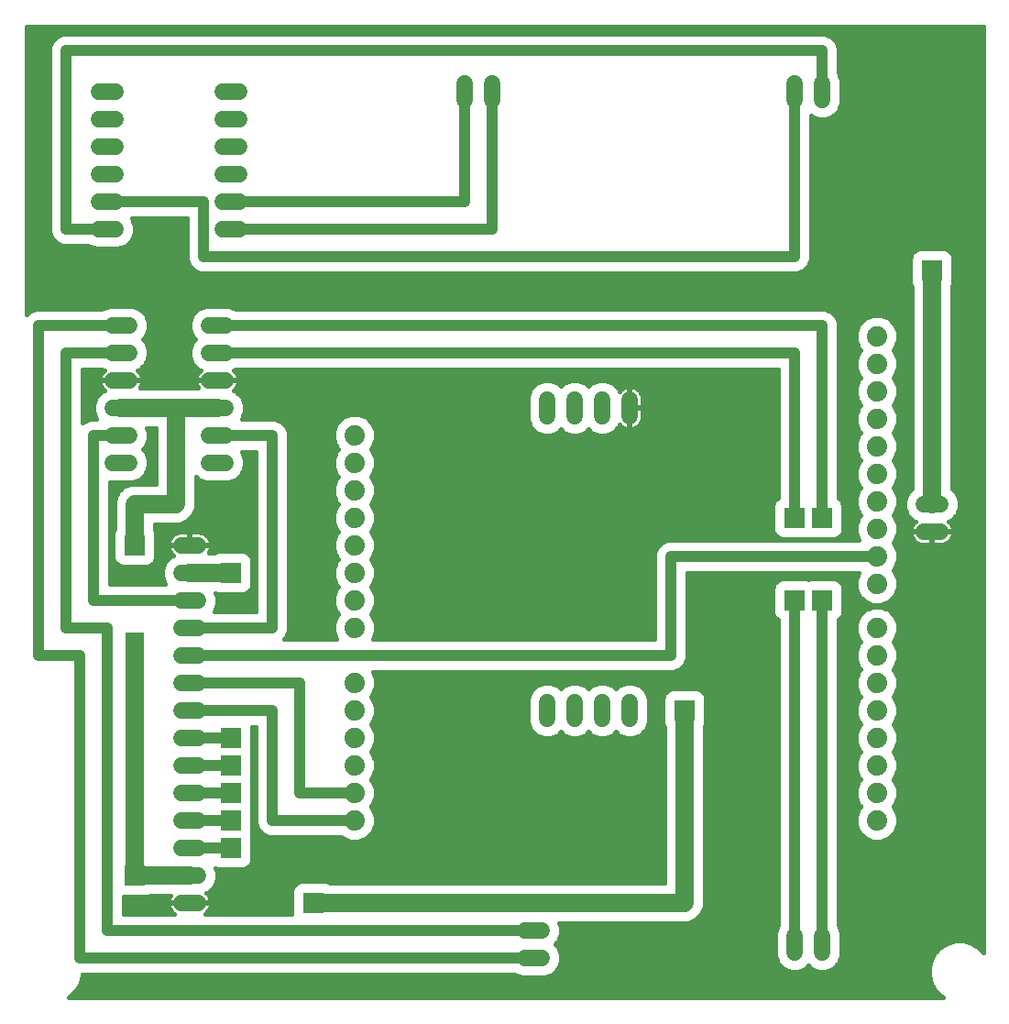
<source format=gbl>
G75*
%MOIN*%
%OFA0B0*%
%FSLAX25Y25*%
%IPPOS*%
%LPD*%
%AMOC8*
5,1,8,0,0,1.08239X$1,22.5*
%
%ADD10C,0.06000*%
%ADD11C,0.07400*%
%ADD12C,0.01600*%
%ADD13R,0.07677X0.07677*%
%ADD14C,0.04000*%
%ADD15C,0.06600*%
%ADD16R,0.06600X0.06600*%
D10*
X0068800Y0046800D02*
X0074800Y0046800D01*
X0074800Y0056800D02*
X0068800Y0056800D01*
X0068800Y0066800D02*
X0074800Y0066800D01*
X0074800Y0076800D02*
X0068800Y0076800D01*
X0068800Y0086800D02*
X0074800Y0086800D01*
X0074800Y0096800D02*
X0068800Y0096800D01*
X0068800Y0106800D02*
X0074800Y0106800D01*
X0074800Y0116800D02*
X0068800Y0116800D01*
X0068800Y0126800D02*
X0074800Y0126800D01*
X0074800Y0136800D02*
X0068800Y0136800D01*
X0068800Y0146800D02*
X0074800Y0146800D01*
X0074800Y0156800D02*
X0068800Y0156800D01*
X0068800Y0166800D02*
X0074800Y0166800D01*
X0074800Y0176800D02*
X0068800Y0176800D01*
X0078800Y0206800D02*
X0084800Y0206800D01*
X0084800Y0216800D02*
X0078800Y0216800D01*
X0078800Y0226800D02*
X0084800Y0226800D01*
X0084800Y0236800D02*
X0078800Y0236800D01*
X0078800Y0246800D02*
X0084800Y0246800D01*
X0084800Y0256800D02*
X0078800Y0256800D01*
X0049800Y0256800D02*
X0043800Y0256800D01*
X0043800Y0246800D02*
X0049800Y0246800D01*
X0049800Y0236800D02*
X0043800Y0236800D01*
X0043800Y0226800D02*
X0049800Y0226800D01*
X0049800Y0216800D02*
X0043800Y0216800D01*
X0043800Y0206800D02*
X0049800Y0206800D01*
X0044800Y0291800D02*
X0038800Y0291800D01*
X0038800Y0301800D02*
X0044800Y0301800D01*
X0044800Y0311800D02*
X0038800Y0311800D01*
X0038800Y0321800D02*
X0044800Y0321800D01*
X0044800Y0331800D02*
X0038800Y0331800D01*
X0038800Y0341800D02*
X0044800Y0341800D01*
X0083800Y0341800D02*
X0089800Y0341800D01*
X0089800Y0331800D02*
X0083800Y0331800D01*
X0083800Y0321800D02*
X0089800Y0321800D01*
X0089800Y0311800D02*
X0083800Y0311800D01*
X0083800Y0301800D02*
X0089800Y0301800D01*
X0089800Y0291800D02*
X0083800Y0291800D01*
X0171800Y0338800D02*
X0171800Y0344800D01*
X0181800Y0344800D02*
X0181800Y0338800D01*
X0201800Y0229800D02*
X0201800Y0223800D01*
X0211800Y0223800D02*
X0211800Y0229800D01*
X0221800Y0229800D02*
X0221800Y0223800D01*
X0231800Y0223800D02*
X0231800Y0229800D01*
X0338800Y0191800D02*
X0344800Y0191800D01*
X0344800Y0181800D02*
X0338800Y0181800D01*
X0231800Y0119800D02*
X0231800Y0113800D01*
X0221800Y0113800D02*
X0221800Y0119800D01*
X0211800Y0119800D02*
X0211800Y0113800D01*
X0201800Y0113800D02*
X0201800Y0119800D01*
X0199800Y0036800D02*
X0193800Y0036800D01*
X0193800Y0026800D02*
X0199800Y0026800D01*
X0291800Y0028800D02*
X0291800Y0034800D01*
X0301800Y0034800D02*
X0301800Y0028800D01*
X0301800Y0338800D02*
X0301800Y0344800D01*
X0291800Y0344800D02*
X0291800Y0338800D01*
D11*
X0321800Y0252800D03*
X0321800Y0242800D03*
X0321800Y0232800D03*
X0321800Y0222800D03*
X0321800Y0212800D03*
X0321800Y0202800D03*
X0321800Y0192800D03*
X0321800Y0182800D03*
X0321800Y0172800D03*
X0321800Y0162800D03*
X0321800Y0146800D03*
X0321800Y0136800D03*
X0321800Y0126800D03*
X0321800Y0116800D03*
X0321800Y0106800D03*
X0321800Y0096800D03*
X0321800Y0086800D03*
X0321800Y0076800D03*
X0131800Y0076800D03*
X0131800Y0086800D03*
X0131800Y0096800D03*
X0131800Y0106800D03*
X0131800Y0116800D03*
X0131800Y0126800D03*
X0131800Y0146800D03*
X0131800Y0156800D03*
X0131800Y0166800D03*
X0131800Y0176800D03*
X0131800Y0186800D03*
X0131800Y0196800D03*
X0131800Y0206800D03*
X0131800Y0216800D03*
D12*
X0028615Y0012918D02*
X0027717Y0012400D01*
X0345883Y0012400D01*
X0344985Y0012918D01*
X0342918Y0014985D01*
X0341457Y0017516D01*
X0340701Y0020339D01*
X0340701Y0023261D01*
X0341457Y0026084D01*
X0342918Y0028615D01*
X0344985Y0030682D01*
X0347516Y0032143D01*
X0350339Y0032899D01*
X0353261Y0032899D01*
X0356084Y0032143D01*
X0358615Y0030682D01*
X0360531Y0028766D01*
X0360531Y0365531D01*
X0012400Y0365531D01*
X0012400Y0260885D01*
X0013401Y0261887D01*
X0015607Y0262800D01*
X0039993Y0262800D01*
X0042408Y0263800D01*
X0051192Y0263800D01*
X0053765Y0262734D01*
X0055734Y0260765D01*
X0056800Y0258192D01*
X0056800Y0255408D01*
X0055734Y0252835D01*
X0054699Y0251800D01*
X0055734Y0250765D01*
X0056800Y0248192D01*
X0056800Y0245408D01*
X0055734Y0242835D01*
X0053765Y0240866D01*
X0052877Y0240498D01*
X0052927Y0240461D01*
X0053461Y0239927D01*
X0053905Y0239316D01*
X0054248Y0238643D01*
X0054482Y0237924D01*
X0054600Y0237178D01*
X0054600Y0237000D01*
X0047000Y0237000D01*
X0047000Y0236600D01*
X0054600Y0236600D01*
X0054600Y0236422D01*
X0054482Y0235676D01*
X0054248Y0234957D01*
X0053905Y0234284D01*
X0053771Y0234100D01*
X0074829Y0234100D01*
X0074695Y0234284D01*
X0074352Y0234957D01*
X0074118Y0235676D01*
X0074000Y0236422D01*
X0074000Y0236600D01*
X0081600Y0236600D01*
X0081600Y0237000D01*
X0074000Y0237000D01*
X0074000Y0237178D01*
X0074118Y0237924D01*
X0074352Y0238643D01*
X0074695Y0239316D01*
X0075139Y0239927D01*
X0075673Y0240461D01*
X0075723Y0240498D01*
X0074835Y0240866D01*
X0072866Y0242835D01*
X0071800Y0245408D01*
X0071800Y0248192D01*
X0072866Y0250765D01*
X0073901Y0251800D01*
X0072866Y0252835D01*
X0071800Y0255408D01*
X0071800Y0258192D01*
X0072866Y0260765D01*
X0074835Y0262734D01*
X0077408Y0263800D01*
X0086192Y0263800D01*
X0088607Y0262800D01*
X0302993Y0262800D01*
X0305199Y0261887D01*
X0306887Y0260199D01*
X0307800Y0257993D01*
X0307800Y0194073D01*
X0307904Y0194030D01*
X0309030Y0192904D01*
X0309639Y0191434D01*
X0309639Y0182166D01*
X0309030Y0180696D01*
X0307904Y0179570D01*
X0306434Y0178961D01*
X0297166Y0178961D01*
X0296800Y0179113D01*
X0296434Y0178961D01*
X0287166Y0178961D01*
X0285696Y0179570D01*
X0284570Y0180696D01*
X0283961Y0182166D01*
X0283961Y0191434D01*
X0284570Y0192904D01*
X0285696Y0194030D01*
X0285800Y0194073D01*
X0285800Y0240800D01*
X0088607Y0240800D01*
X0087877Y0240498D01*
X0087927Y0240461D01*
X0088461Y0239927D01*
X0088905Y0239316D01*
X0089248Y0238643D01*
X0089482Y0237924D01*
X0089600Y0237178D01*
X0089600Y0237000D01*
X0082000Y0237000D01*
X0082000Y0236600D01*
X0089600Y0236600D01*
X0089600Y0236422D01*
X0089482Y0235676D01*
X0089248Y0234957D01*
X0088905Y0234284D01*
X0088461Y0233673D01*
X0087927Y0233139D01*
X0087877Y0233102D01*
X0088765Y0232734D01*
X0090734Y0230765D01*
X0091800Y0228192D01*
X0091800Y0225408D01*
X0090734Y0222835D01*
X0090699Y0222800D01*
X0102993Y0222800D01*
X0105199Y0221887D01*
X0106887Y0220199D01*
X0107800Y0217993D01*
X0107800Y0145607D01*
X0106887Y0143401D01*
X0106285Y0142800D01*
X0125122Y0142800D01*
X0124100Y0145268D01*
X0124100Y0148332D01*
X0125272Y0151162D01*
X0125911Y0151800D01*
X0125272Y0152438D01*
X0124100Y0155268D01*
X0124100Y0158332D01*
X0125272Y0161162D01*
X0125911Y0161800D01*
X0125272Y0162438D01*
X0124100Y0165268D01*
X0124100Y0168332D01*
X0125272Y0171162D01*
X0125911Y0171800D01*
X0125272Y0172438D01*
X0124100Y0175268D01*
X0124100Y0178332D01*
X0125272Y0181162D01*
X0125911Y0181800D01*
X0125272Y0182438D01*
X0124100Y0185268D01*
X0124100Y0188332D01*
X0125272Y0191162D01*
X0125911Y0191800D01*
X0125272Y0192438D01*
X0124100Y0195268D01*
X0124100Y0198332D01*
X0125272Y0201162D01*
X0125911Y0201800D01*
X0125272Y0202438D01*
X0124100Y0205268D01*
X0124100Y0208332D01*
X0125272Y0211162D01*
X0125911Y0211800D01*
X0125272Y0212438D01*
X0124100Y0215268D01*
X0124100Y0218332D01*
X0125272Y0221162D01*
X0127438Y0223328D01*
X0130268Y0224500D01*
X0133332Y0224500D01*
X0136162Y0223328D01*
X0138328Y0221162D01*
X0139500Y0218332D01*
X0139500Y0215268D01*
X0138328Y0212438D01*
X0137689Y0211800D01*
X0138328Y0211162D01*
X0139500Y0208332D01*
X0139500Y0205268D01*
X0138328Y0202438D01*
X0137689Y0201800D01*
X0138328Y0201162D01*
X0139500Y0198332D01*
X0139500Y0195268D01*
X0138328Y0192438D01*
X0137689Y0191800D01*
X0138328Y0191162D01*
X0139500Y0188332D01*
X0139500Y0185268D01*
X0138328Y0182438D01*
X0137689Y0181800D01*
X0138328Y0181162D01*
X0139500Y0178332D01*
X0139500Y0175268D01*
X0138328Y0172438D01*
X0137689Y0171800D01*
X0138328Y0171162D01*
X0139500Y0168332D01*
X0139500Y0165268D01*
X0138328Y0162438D01*
X0137689Y0161800D01*
X0138328Y0161162D01*
X0139500Y0158332D01*
X0139500Y0155268D01*
X0138328Y0152438D01*
X0137689Y0151800D01*
X0138328Y0151162D01*
X0139500Y0148332D01*
X0139500Y0145268D01*
X0138478Y0142800D01*
X0240800Y0142800D01*
X0240800Y0173993D01*
X0241713Y0176199D01*
X0243401Y0177887D01*
X0245607Y0178800D01*
X0315122Y0178800D01*
X0314100Y0181268D01*
X0314100Y0184332D01*
X0315272Y0187162D01*
X0315911Y0187800D01*
X0315272Y0188438D01*
X0314100Y0191268D01*
X0314100Y0194332D01*
X0315272Y0197162D01*
X0315911Y0197800D01*
X0315272Y0198438D01*
X0314100Y0201268D01*
X0314100Y0204332D01*
X0315272Y0207162D01*
X0315911Y0207800D01*
X0315272Y0208438D01*
X0314100Y0211268D01*
X0314100Y0214332D01*
X0315272Y0217162D01*
X0315911Y0217800D01*
X0315272Y0218438D01*
X0314100Y0221268D01*
X0314100Y0224332D01*
X0315272Y0227162D01*
X0315911Y0227800D01*
X0315272Y0228438D01*
X0314100Y0231268D01*
X0314100Y0234332D01*
X0315272Y0237162D01*
X0315911Y0237800D01*
X0315272Y0238438D01*
X0314100Y0241268D01*
X0314100Y0244332D01*
X0315272Y0247162D01*
X0315911Y0247800D01*
X0315272Y0248438D01*
X0314100Y0251268D01*
X0314100Y0254332D01*
X0315272Y0257162D01*
X0317438Y0259328D01*
X0320268Y0260500D01*
X0323332Y0260500D01*
X0326162Y0259328D01*
X0328328Y0257162D01*
X0329500Y0254332D01*
X0329500Y0251268D01*
X0328328Y0248438D01*
X0327689Y0247800D01*
X0328328Y0247162D01*
X0329500Y0244332D01*
X0329500Y0241268D01*
X0328328Y0238438D01*
X0327689Y0237800D01*
X0328328Y0237162D01*
X0329500Y0234332D01*
X0329500Y0231268D01*
X0328328Y0228438D01*
X0327689Y0227800D01*
X0328328Y0227162D01*
X0329500Y0224332D01*
X0329500Y0221268D01*
X0328328Y0218438D01*
X0327689Y0217800D01*
X0328328Y0217162D01*
X0329500Y0214332D01*
X0329500Y0211268D01*
X0328328Y0208438D01*
X0327689Y0207800D01*
X0328328Y0207162D01*
X0329500Y0204332D01*
X0329500Y0201268D01*
X0328328Y0198438D01*
X0327689Y0197800D01*
X0328328Y0197162D01*
X0329500Y0194332D01*
X0329500Y0191268D01*
X0328328Y0188438D01*
X0327689Y0187800D01*
X0328328Y0187162D01*
X0329500Y0184332D01*
X0329500Y0181268D01*
X0328328Y0178438D01*
X0327689Y0177800D01*
X0328328Y0177162D01*
X0329500Y0174332D01*
X0329500Y0171268D01*
X0328328Y0168438D01*
X0327689Y0167800D01*
X0328328Y0167162D01*
X0329500Y0164332D01*
X0329500Y0161268D01*
X0328328Y0158438D01*
X0326162Y0156272D01*
X0323332Y0155100D01*
X0320268Y0155100D01*
X0317438Y0156272D01*
X0315272Y0158438D01*
X0314100Y0161268D01*
X0314100Y0164332D01*
X0315122Y0166800D01*
X0252800Y0166800D01*
X0252800Y0135607D01*
X0251887Y0133401D01*
X0250199Y0131713D01*
X0247993Y0130800D01*
X0138478Y0130800D01*
X0139500Y0128332D01*
X0139500Y0125268D01*
X0138328Y0122438D01*
X0137689Y0121800D01*
X0138328Y0121162D01*
X0139500Y0118332D01*
X0139500Y0115268D01*
X0138328Y0112438D01*
X0137689Y0111800D01*
X0138328Y0111162D01*
X0139500Y0108332D01*
X0139500Y0105268D01*
X0138328Y0102438D01*
X0137689Y0101800D01*
X0138328Y0101162D01*
X0139500Y0098332D01*
X0139500Y0095268D01*
X0138328Y0092438D01*
X0137689Y0091800D01*
X0138328Y0091162D01*
X0139500Y0088332D01*
X0139500Y0085268D01*
X0138328Y0082438D01*
X0137689Y0081800D01*
X0138328Y0081162D01*
X0139500Y0078332D01*
X0139500Y0075268D01*
X0138328Y0072438D01*
X0136162Y0070272D01*
X0133332Y0069100D01*
X0130268Y0069100D01*
X0127438Y0070272D01*
X0126911Y0070800D01*
X0100607Y0070800D01*
X0098401Y0071713D01*
X0096713Y0073401D01*
X0095800Y0075607D01*
X0095800Y0110800D01*
X0094639Y0110800D01*
X0094639Y0102166D01*
X0094487Y0101800D01*
X0094639Y0101434D01*
X0094639Y0092166D01*
X0094487Y0091800D01*
X0094639Y0091434D01*
X0094639Y0082166D01*
X0094487Y0081800D01*
X0094639Y0081434D01*
X0094639Y0072166D01*
X0094487Y0071800D01*
X0094639Y0071434D01*
X0094639Y0062166D01*
X0094030Y0060696D01*
X0092904Y0059570D01*
X0091434Y0058961D01*
X0082166Y0058961D01*
X0081340Y0059304D01*
X0081800Y0058192D01*
X0081800Y0055408D01*
X0080734Y0052835D01*
X0078765Y0050866D01*
X0077877Y0050498D01*
X0077927Y0050461D01*
X0078461Y0049927D01*
X0078905Y0049316D01*
X0079248Y0048643D01*
X0079482Y0047924D01*
X0079600Y0047178D01*
X0079600Y0047000D01*
X0072000Y0047000D01*
X0072000Y0046600D01*
X0079600Y0046600D01*
X0079600Y0046422D01*
X0079482Y0045676D01*
X0079248Y0044957D01*
X0078905Y0044284D01*
X0078461Y0043673D01*
X0077927Y0043139D01*
X0077461Y0042800D01*
X0108961Y0042800D01*
X0108961Y0051434D01*
X0109570Y0052904D01*
X0110696Y0054030D01*
X0112166Y0054639D01*
X0121434Y0054639D01*
X0122734Y0054100D01*
X0244500Y0054100D01*
X0244500Y0110866D01*
X0243961Y0112166D01*
X0243961Y0121434D01*
X0244570Y0122904D01*
X0245696Y0124030D01*
X0247166Y0124639D01*
X0256434Y0124639D01*
X0257904Y0124030D01*
X0259030Y0122904D01*
X0259639Y0121434D01*
X0259639Y0112166D01*
X0259100Y0110866D01*
X0259100Y0045348D01*
X0257989Y0042665D01*
X0255935Y0040611D01*
X0253252Y0039500D01*
X0206258Y0039500D01*
X0206800Y0038192D01*
X0206800Y0035408D01*
X0205734Y0032835D01*
X0204699Y0031800D01*
X0205734Y0030765D01*
X0206800Y0028192D01*
X0206800Y0025408D01*
X0205734Y0022835D01*
X0203765Y0020866D01*
X0201192Y0019800D01*
X0192408Y0019800D01*
X0189993Y0020800D01*
X0032899Y0020800D01*
X0032899Y0020339D01*
X0032143Y0017516D01*
X0030682Y0014985D01*
X0028615Y0012918D01*
X0028891Y0013194D02*
X0344709Y0013194D01*
X0343111Y0014793D02*
X0030489Y0014793D01*
X0031493Y0016391D02*
X0342107Y0016391D01*
X0341330Y0017990D02*
X0032270Y0017990D01*
X0032698Y0019588D02*
X0340902Y0019588D01*
X0340701Y0021187D02*
X0204086Y0021187D01*
X0205685Y0022785D02*
X0288029Y0022785D01*
X0287835Y0022866D02*
X0290408Y0021800D01*
X0293192Y0021800D01*
X0295765Y0022866D01*
X0296800Y0023901D01*
X0297835Y0022866D01*
X0300408Y0021800D01*
X0303192Y0021800D01*
X0305765Y0022866D01*
X0307734Y0024835D01*
X0308800Y0027408D01*
X0308800Y0036192D01*
X0307800Y0038607D01*
X0307800Y0149527D01*
X0307904Y0149570D01*
X0309030Y0150696D01*
X0309639Y0152166D01*
X0309639Y0161434D01*
X0309030Y0162904D01*
X0307904Y0164030D01*
X0306434Y0164639D01*
X0297166Y0164639D01*
X0296800Y0164487D01*
X0296434Y0164639D01*
X0287166Y0164639D01*
X0285696Y0164030D01*
X0284570Y0162904D01*
X0283961Y0161434D01*
X0283961Y0152166D01*
X0284570Y0150696D01*
X0285696Y0149570D01*
X0285800Y0149527D01*
X0285800Y0038607D01*
X0284800Y0036192D01*
X0284800Y0027408D01*
X0285866Y0024835D01*
X0287835Y0022866D01*
X0286317Y0024384D02*
X0206376Y0024384D01*
X0206800Y0025982D02*
X0285390Y0025982D01*
X0284800Y0027581D02*
X0206800Y0027581D01*
X0206391Y0029179D02*
X0284800Y0029179D01*
X0284800Y0030778D02*
X0205722Y0030778D01*
X0205276Y0032376D02*
X0284800Y0032376D01*
X0284800Y0033975D02*
X0206206Y0033975D01*
X0206800Y0035573D02*
X0284800Y0035573D01*
X0285206Y0037172D02*
X0206800Y0037172D01*
X0206561Y0038770D02*
X0285800Y0038770D01*
X0285800Y0040369D02*
X0255349Y0040369D01*
X0257291Y0041967D02*
X0285800Y0041967D01*
X0285800Y0043566D02*
X0258362Y0043566D01*
X0259024Y0045164D02*
X0285800Y0045164D01*
X0285800Y0046763D02*
X0259100Y0046763D01*
X0259100Y0048361D02*
X0285800Y0048361D01*
X0285800Y0049960D02*
X0259100Y0049960D01*
X0259100Y0051558D02*
X0285800Y0051558D01*
X0285800Y0053157D02*
X0259100Y0053157D01*
X0259100Y0054755D02*
X0285800Y0054755D01*
X0285800Y0056354D02*
X0259100Y0056354D01*
X0259100Y0057952D02*
X0285800Y0057952D01*
X0285800Y0059551D02*
X0259100Y0059551D01*
X0259100Y0061149D02*
X0285800Y0061149D01*
X0285800Y0062748D02*
X0259100Y0062748D01*
X0259100Y0064346D02*
X0285800Y0064346D01*
X0285800Y0065945D02*
X0259100Y0065945D01*
X0259100Y0067543D02*
X0285800Y0067543D01*
X0285800Y0069142D02*
X0259100Y0069142D01*
X0259100Y0070740D02*
X0285800Y0070740D01*
X0285800Y0072339D02*
X0259100Y0072339D01*
X0259100Y0073937D02*
X0285800Y0073937D01*
X0285800Y0075536D02*
X0259100Y0075536D01*
X0259100Y0077134D02*
X0285800Y0077134D01*
X0285800Y0078733D02*
X0259100Y0078733D01*
X0259100Y0080332D02*
X0285800Y0080332D01*
X0285800Y0081930D02*
X0259100Y0081930D01*
X0259100Y0083529D02*
X0285800Y0083529D01*
X0285800Y0085127D02*
X0259100Y0085127D01*
X0259100Y0086726D02*
X0285800Y0086726D01*
X0285800Y0088324D02*
X0259100Y0088324D01*
X0259100Y0089923D02*
X0285800Y0089923D01*
X0285800Y0091521D02*
X0259100Y0091521D01*
X0259100Y0093120D02*
X0285800Y0093120D01*
X0285800Y0094718D02*
X0259100Y0094718D01*
X0259100Y0096317D02*
X0285800Y0096317D01*
X0285800Y0097915D02*
X0259100Y0097915D01*
X0259100Y0099514D02*
X0285800Y0099514D01*
X0285800Y0101112D02*
X0259100Y0101112D01*
X0259100Y0102711D02*
X0285800Y0102711D01*
X0285800Y0104309D02*
X0259100Y0104309D01*
X0259100Y0105908D02*
X0285800Y0105908D01*
X0285800Y0107506D02*
X0259100Y0107506D01*
X0259100Y0109105D02*
X0285800Y0109105D01*
X0285800Y0110703D02*
X0259100Y0110703D01*
X0259639Y0112302D02*
X0285800Y0112302D01*
X0285800Y0113900D02*
X0259639Y0113900D01*
X0259639Y0115499D02*
X0285800Y0115499D01*
X0285800Y0117097D02*
X0259639Y0117097D01*
X0259639Y0118696D02*
X0285800Y0118696D01*
X0285800Y0120294D02*
X0259639Y0120294D01*
X0259449Y0121893D02*
X0285800Y0121893D01*
X0285800Y0123491D02*
X0258443Y0123491D01*
X0251568Y0133082D02*
X0285800Y0133082D01*
X0285800Y0131484D02*
X0249645Y0131484D01*
X0252417Y0134681D02*
X0285800Y0134681D01*
X0285800Y0136279D02*
X0252800Y0136279D01*
X0252800Y0137878D02*
X0285800Y0137878D01*
X0285800Y0139476D02*
X0252800Y0139476D01*
X0252800Y0141075D02*
X0285800Y0141075D01*
X0285800Y0142673D02*
X0252800Y0142673D01*
X0252800Y0144272D02*
X0285800Y0144272D01*
X0285800Y0145870D02*
X0252800Y0145870D01*
X0252800Y0147469D02*
X0285800Y0147469D01*
X0285800Y0149068D02*
X0252800Y0149068D01*
X0252800Y0150666D02*
X0284600Y0150666D01*
X0283961Y0152265D02*
X0252800Y0152265D01*
X0252800Y0153863D02*
X0283961Y0153863D01*
X0283961Y0155462D02*
X0252800Y0155462D01*
X0252800Y0157060D02*
X0283961Y0157060D01*
X0283961Y0158659D02*
X0252800Y0158659D01*
X0252800Y0160257D02*
X0283961Y0160257D01*
X0284136Y0161856D02*
X0252800Y0161856D01*
X0252800Y0163454D02*
X0285120Y0163454D01*
X0286012Y0179439D02*
X0139041Y0179439D01*
X0139500Y0177841D02*
X0243355Y0177841D01*
X0241757Y0176242D02*
X0139500Y0176242D01*
X0139241Y0174644D02*
X0241069Y0174644D01*
X0240800Y0173045D02*
X0138579Y0173045D01*
X0138043Y0171447D02*
X0240800Y0171447D01*
X0240800Y0169848D02*
X0138872Y0169848D01*
X0139500Y0168250D02*
X0240800Y0168250D01*
X0240800Y0166651D02*
X0139500Y0166651D01*
X0139411Y0165053D02*
X0240800Y0165053D01*
X0240800Y0163454D02*
X0138748Y0163454D01*
X0137745Y0161856D02*
X0240800Y0161856D01*
X0240800Y0160257D02*
X0138702Y0160257D01*
X0139365Y0158659D02*
X0240800Y0158659D01*
X0240800Y0157060D02*
X0139500Y0157060D01*
X0139500Y0155462D02*
X0240800Y0155462D01*
X0240800Y0153863D02*
X0138918Y0153863D01*
X0138154Y0152265D02*
X0240800Y0152265D01*
X0240800Y0150666D02*
X0138533Y0150666D01*
X0139195Y0149068D02*
X0240800Y0149068D01*
X0240800Y0147469D02*
X0139500Y0147469D01*
X0139500Y0145870D02*
X0240800Y0145870D01*
X0240800Y0144272D02*
X0139087Y0144272D01*
X0138856Y0129885D02*
X0285800Y0129885D01*
X0285800Y0128287D02*
X0139500Y0128287D01*
X0139500Y0126688D02*
X0200138Y0126688D01*
X0200408Y0126800D02*
X0197835Y0125734D01*
X0195866Y0123765D01*
X0194800Y0121192D01*
X0194800Y0112408D01*
X0195866Y0109835D01*
X0197835Y0107866D01*
X0200408Y0106800D01*
X0203192Y0106800D01*
X0205765Y0107866D01*
X0206800Y0108901D01*
X0207835Y0107866D01*
X0210408Y0106800D01*
X0213192Y0106800D01*
X0215765Y0107866D01*
X0216800Y0108901D01*
X0217835Y0107866D01*
X0220408Y0106800D01*
X0223192Y0106800D01*
X0225765Y0107866D01*
X0226800Y0108901D01*
X0227835Y0107866D01*
X0230408Y0106800D01*
X0233192Y0106800D01*
X0235765Y0107866D01*
X0237734Y0109835D01*
X0238800Y0112408D01*
X0238800Y0121192D01*
X0237734Y0123765D01*
X0235765Y0125734D01*
X0233192Y0126800D01*
X0230408Y0126800D01*
X0227835Y0125734D01*
X0226800Y0124699D01*
X0225765Y0125734D01*
X0223192Y0126800D01*
X0220408Y0126800D01*
X0217835Y0125734D01*
X0216800Y0124699D01*
X0215765Y0125734D01*
X0213192Y0126800D01*
X0210408Y0126800D01*
X0207835Y0125734D01*
X0206800Y0124699D01*
X0205765Y0125734D01*
X0203192Y0126800D01*
X0200408Y0126800D01*
X0203462Y0126688D02*
X0210138Y0126688D01*
X0213462Y0126688D02*
X0220138Y0126688D01*
X0223462Y0126688D02*
X0230138Y0126688D01*
X0233462Y0126688D02*
X0285800Y0126688D01*
X0285800Y0125090D02*
X0236410Y0125090D01*
X0237848Y0123491D02*
X0245157Y0123491D01*
X0244151Y0121893D02*
X0238510Y0121893D01*
X0238800Y0120294D02*
X0243961Y0120294D01*
X0243961Y0118696D02*
X0238800Y0118696D01*
X0238800Y0117097D02*
X0243961Y0117097D01*
X0243961Y0115499D02*
X0238800Y0115499D01*
X0238800Y0113900D02*
X0243961Y0113900D01*
X0243961Y0112302D02*
X0238756Y0112302D01*
X0238094Y0110703D02*
X0244500Y0110703D01*
X0244500Y0109105D02*
X0237004Y0109105D01*
X0234897Y0107506D02*
X0244500Y0107506D01*
X0244500Y0105908D02*
X0139500Y0105908D01*
X0139500Y0107506D02*
X0198703Y0107506D01*
X0196596Y0109105D02*
X0139180Y0109105D01*
X0138518Y0110703D02*
X0195506Y0110703D01*
X0194844Y0112302D02*
X0138191Y0112302D01*
X0138933Y0113900D02*
X0194800Y0113900D01*
X0194800Y0115499D02*
X0139500Y0115499D01*
X0139500Y0117097D02*
X0194800Y0117097D01*
X0194800Y0118696D02*
X0139349Y0118696D01*
X0138687Y0120294D02*
X0194800Y0120294D01*
X0195090Y0121893D02*
X0137782Y0121893D01*
X0138764Y0123491D02*
X0195752Y0123491D01*
X0197190Y0125090D02*
X0139426Y0125090D01*
X0124513Y0144272D02*
X0107247Y0144272D01*
X0107800Y0145870D02*
X0124100Y0145870D01*
X0124100Y0147469D02*
X0107800Y0147469D01*
X0107800Y0149068D02*
X0124405Y0149068D01*
X0125067Y0150666D02*
X0107800Y0150666D01*
X0107800Y0152265D02*
X0125446Y0152265D01*
X0124682Y0153863D02*
X0107800Y0153863D01*
X0107800Y0155462D02*
X0124100Y0155462D01*
X0124100Y0157060D02*
X0107800Y0157060D01*
X0107800Y0158659D02*
X0124235Y0158659D01*
X0124898Y0160257D02*
X0107800Y0160257D01*
X0107800Y0161856D02*
X0125855Y0161856D01*
X0124851Y0163454D02*
X0107800Y0163454D01*
X0107800Y0165053D02*
X0124189Y0165053D01*
X0124100Y0166651D02*
X0107800Y0166651D01*
X0107800Y0168250D02*
X0124100Y0168250D01*
X0124728Y0169848D02*
X0107800Y0169848D01*
X0107800Y0171447D02*
X0125557Y0171447D01*
X0125021Y0173045D02*
X0107800Y0173045D01*
X0107800Y0174644D02*
X0124359Y0174644D01*
X0124100Y0176242D02*
X0107800Y0176242D01*
X0107800Y0177841D02*
X0124100Y0177841D01*
X0124559Y0179439D02*
X0107800Y0179439D01*
X0107800Y0181038D02*
X0125221Y0181038D01*
X0125190Y0182636D02*
X0107800Y0182636D01*
X0107800Y0184235D02*
X0124528Y0184235D01*
X0124100Y0185833D02*
X0107800Y0185833D01*
X0107800Y0187432D02*
X0124100Y0187432D01*
X0124389Y0189030D02*
X0107800Y0189030D01*
X0107800Y0190629D02*
X0125052Y0190629D01*
X0125483Y0192227D02*
X0107800Y0192227D01*
X0107800Y0193826D02*
X0124698Y0193826D01*
X0124100Y0195424D02*
X0107800Y0195424D01*
X0107800Y0197023D02*
X0124100Y0197023D01*
X0124220Y0198621D02*
X0107800Y0198621D01*
X0107800Y0200220D02*
X0124882Y0200220D01*
X0125892Y0201818D02*
X0107800Y0201818D01*
X0107800Y0203417D02*
X0124867Y0203417D01*
X0124205Y0205015D02*
X0107800Y0205015D01*
X0107800Y0206614D02*
X0124100Y0206614D01*
X0124100Y0208212D02*
X0107800Y0208212D01*
X0107800Y0209811D02*
X0124713Y0209811D01*
X0125520Y0211409D02*
X0107800Y0211409D01*
X0107800Y0213008D02*
X0125036Y0213008D01*
X0124374Y0214606D02*
X0107800Y0214606D01*
X0107800Y0216205D02*
X0124100Y0216205D01*
X0124100Y0217803D02*
X0107800Y0217803D01*
X0107217Y0219402D02*
X0124543Y0219402D01*
X0125205Y0221001D02*
X0106085Y0221001D01*
X0103479Y0222599D02*
X0126710Y0222599D01*
X0129538Y0224198D02*
X0091299Y0224198D01*
X0091800Y0225796D02*
X0194800Y0225796D01*
X0194800Y0224198D02*
X0134062Y0224198D01*
X0136890Y0222599D02*
X0194800Y0222599D01*
X0194800Y0222408D02*
X0195866Y0219835D01*
X0197835Y0217866D01*
X0200408Y0216800D01*
X0203192Y0216800D01*
X0205765Y0217866D01*
X0206800Y0218901D01*
X0207835Y0217866D01*
X0210408Y0216800D01*
X0213192Y0216800D01*
X0215765Y0217866D01*
X0216800Y0218901D01*
X0217835Y0217866D01*
X0220408Y0216800D01*
X0223192Y0216800D01*
X0225765Y0217866D01*
X0227734Y0219835D01*
X0228102Y0220723D01*
X0228139Y0220673D01*
X0228673Y0220139D01*
X0229284Y0219695D01*
X0229957Y0219352D01*
X0230676Y0219118D01*
X0231422Y0219000D01*
X0231600Y0219000D01*
X0231600Y0226600D01*
X0232000Y0226600D01*
X0232000Y0227000D01*
X0236600Y0227000D01*
X0236600Y0230178D01*
X0236482Y0230924D01*
X0236248Y0231643D01*
X0235905Y0232316D01*
X0235461Y0232927D01*
X0234927Y0233461D01*
X0234316Y0233905D01*
X0233643Y0234248D01*
X0232924Y0234482D01*
X0232178Y0234600D01*
X0232000Y0234600D01*
X0232000Y0227000D01*
X0231600Y0227000D01*
X0231600Y0234600D01*
X0231422Y0234600D01*
X0230676Y0234482D01*
X0229957Y0234248D01*
X0229284Y0233905D01*
X0228673Y0233461D01*
X0228139Y0232927D01*
X0228102Y0232877D01*
X0227734Y0233765D01*
X0225765Y0235734D01*
X0223192Y0236800D01*
X0220408Y0236800D01*
X0217835Y0235734D01*
X0216800Y0234699D01*
X0215765Y0235734D01*
X0213192Y0236800D01*
X0210408Y0236800D01*
X0207835Y0235734D01*
X0206800Y0234699D01*
X0205765Y0235734D01*
X0203192Y0236800D01*
X0200408Y0236800D01*
X0197835Y0235734D01*
X0195866Y0233765D01*
X0194800Y0231192D01*
X0194800Y0222408D01*
X0195383Y0221001D02*
X0138395Y0221001D01*
X0139057Y0219402D02*
X0196298Y0219402D01*
X0197985Y0217803D02*
X0139500Y0217803D01*
X0139500Y0216205D02*
X0285800Y0216205D01*
X0285800Y0217803D02*
X0225615Y0217803D01*
X0227301Y0219402D02*
X0229859Y0219402D01*
X0231600Y0219402D02*
X0232000Y0219402D01*
X0232000Y0219000D02*
X0232178Y0219000D01*
X0232924Y0219118D01*
X0233643Y0219352D01*
X0234316Y0219695D01*
X0234927Y0220139D01*
X0235461Y0220673D01*
X0235905Y0221284D01*
X0236248Y0221957D01*
X0236482Y0222676D01*
X0236600Y0223422D01*
X0236600Y0226600D01*
X0232000Y0226600D01*
X0232000Y0219000D01*
X0233741Y0219402D02*
X0285800Y0219402D01*
X0285800Y0221001D02*
X0235699Y0221001D01*
X0236457Y0222599D02*
X0285800Y0222599D01*
X0285800Y0224198D02*
X0236600Y0224198D01*
X0236600Y0225796D02*
X0285800Y0225796D01*
X0285800Y0227395D02*
X0236600Y0227395D01*
X0236600Y0228993D02*
X0285800Y0228993D01*
X0285800Y0230592D02*
X0236534Y0230592D01*
X0235969Y0232190D02*
X0285800Y0232190D01*
X0285800Y0233789D02*
X0234476Y0233789D01*
X0232000Y0233789D02*
X0231600Y0233789D01*
X0231600Y0232190D02*
X0232000Y0232190D01*
X0232000Y0230592D02*
X0231600Y0230592D01*
X0231600Y0228993D02*
X0232000Y0228993D01*
X0232000Y0227395D02*
X0231600Y0227395D01*
X0231600Y0225796D02*
X0232000Y0225796D01*
X0232000Y0224198D02*
X0231600Y0224198D01*
X0231600Y0222599D02*
X0232000Y0222599D01*
X0232000Y0221001D02*
X0231600Y0221001D01*
X0229124Y0233789D02*
X0227711Y0233789D01*
X0226112Y0235387D02*
X0285800Y0235387D01*
X0285800Y0236986D02*
X0082000Y0236986D01*
X0081600Y0236986D02*
X0047000Y0236986D01*
X0046600Y0236986D02*
X0032800Y0236986D01*
X0032800Y0238584D02*
X0039333Y0238584D01*
X0039352Y0238643D02*
X0039118Y0237924D01*
X0039000Y0237178D01*
X0039000Y0237000D01*
X0046600Y0237000D01*
X0046600Y0236600D01*
X0039000Y0236600D01*
X0039000Y0236422D01*
X0039118Y0235676D01*
X0039352Y0234957D01*
X0039695Y0234284D01*
X0040139Y0233673D01*
X0040673Y0233139D01*
X0040723Y0233102D01*
X0039835Y0232734D01*
X0037866Y0230765D01*
X0036800Y0228192D01*
X0036800Y0225408D01*
X0037866Y0222835D01*
X0037901Y0222800D01*
X0035607Y0222800D01*
X0033401Y0221887D01*
X0032800Y0221285D01*
X0032800Y0240800D01*
X0039993Y0240800D01*
X0040723Y0240498D01*
X0040673Y0240461D01*
X0040139Y0239927D01*
X0039695Y0239316D01*
X0039352Y0238643D01*
X0040394Y0240183D02*
X0032800Y0240183D01*
X0032800Y0235387D02*
X0039212Y0235387D01*
X0040055Y0233789D02*
X0032800Y0233789D01*
X0032800Y0232190D02*
X0039291Y0232190D01*
X0037794Y0230592D02*
X0032800Y0230592D01*
X0032800Y0228993D02*
X0037132Y0228993D01*
X0036800Y0227395D02*
X0032800Y0227395D01*
X0032800Y0225796D02*
X0036800Y0225796D01*
X0037301Y0224198D02*
X0032800Y0224198D01*
X0032800Y0222599D02*
X0035121Y0222599D01*
X0054699Y0211800D02*
X0055734Y0212835D01*
X0056800Y0215408D01*
X0056800Y0218192D01*
X0056258Y0219500D01*
X0059500Y0219500D01*
X0059500Y0199100D01*
X0050348Y0199100D01*
X0047665Y0197989D01*
X0045611Y0195935D01*
X0044500Y0193252D01*
X0044500Y0182734D01*
X0043961Y0181434D01*
X0043961Y0172166D01*
X0044570Y0170696D01*
X0045696Y0169570D01*
X0047166Y0168961D01*
X0056434Y0168961D01*
X0057904Y0169570D01*
X0059030Y0170696D01*
X0059639Y0172166D01*
X0059639Y0181434D01*
X0059100Y0182734D01*
X0059100Y0184500D01*
X0068252Y0184500D01*
X0070935Y0185611D01*
X0072989Y0187665D01*
X0074100Y0190348D01*
X0074100Y0201601D01*
X0074835Y0200866D01*
X0077408Y0199800D01*
X0086192Y0199800D01*
X0088765Y0200866D01*
X0090734Y0202835D01*
X0091800Y0205408D01*
X0091800Y0208192D01*
X0090734Y0210765D01*
X0090699Y0210800D01*
X0095800Y0210800D01*
X0095800Y0152800D01*
X0080699Y0152800D01*
X0080734Y0152835D01*
X0081800Y0155408D01*
X0081800Y0158192D01*
X0081340Y0159304D01*
X0082166Y0158961D01*
X0091434Y0158961D01*
X0092904Y0159570D01*
X0094030Y0160696D01*
X0094639Y0162166D01*
X0094639Y0171434D01*
X0094030Y0172904D01*
X0092904Y0174030D01*
X0091434Y0174639D01*
X0082166Y0174639D01*
X0080866Y0174100D01*
X0078771Y0174100D01*
X0078905Y0174284D01*
X0079248Y0174957D01*
X0079482Y0175676D01*
X0079600Y0176422D01*
X0079600Y0176600D01*
X0072000Y0176600D01*
X0072000Y0177000D01*
X0071600Y0177000D01*
X0071600Y0181600D01*
X0068422Y0181600D01*
X0067676Y0181482D01*
X0066957Y0181248D01*
X0066284Y0180905D01*
X0065673Y0180461D01*
X0065139Y0179927D01*
X0064695Y0179316D01*
X0064352Y0178643D01*
X0064118Y0177924D01*
X0064000Y0177178D01*
X0064000Y0177000D01*
X0071600Y0177000D01*
X0071600Y0176600D01*
X0064000Y0176600D01*
X0064000Y0176422D01*
X0064118Y0175676D01*
X0064352Y0174957D01*
X0064695Y0174284D01*
X0065139Y0173673D01*
X0065673Y0173139D01*
X0065723Y0173102D01*
X0064835Y0172734D01*
X0062866Y0170765D01*
X0061800Y0168192D01*
X0061800Y0165408D01*
X0062866Y0162835D01*
X0062901Y0162800D01*
X0042800Y0162800D01*
X0042800Y0199800D01*
X0051192Y0199800D01*
X0053765Y0200866D01*
X0055734Y0202835D01*
X0056800Y0205408D01*
X0056800Y0208192D01*
X0055734Y0210765D01*
X0054699Y0211800D01*
X0055090Y0211409D02*
X0059500Y0211409D01*
X0059500Y0209811D02*
X0056130Y0209811D01*
X0056792Y0208212D02*
X0059500Y0208212D01*
X0059500Y0206614D02*
X0056800Y0206614D01*
X0056638Y0205015D02*
X0059500Y0205015D01*
X0059500Y0203417D02*
X0055975Y0203417D01*
X0054718Y0201818D02*
X0059500Y0201818D01*
X0059500Y0200220D02*
X0052206Y0200220D01*
X0049192Y0198621D02*
X0042800Y0198621D01*
X0042800Y0197023D02*
X0046699Y0197023D01*
X0045400Y0195424D02*
X0042800Y0195424D01*
X0042800Y0193826D02*
X0044738Y0193826D01*
X0044500Y0192227D02*
X0042800Y0192227D01*
X0042800Y0190629D02*
X0044500Y0190629D01*
X0044500Y0189030D02*
X0042800Y0189030D01*
X0042800Y0187432D02*
X0044500Y0187432D01*
X0044500Y0185833D02*
X0042800Y0185833D01*
X0042800Y0184235D02*
X0044500Y0184235D01*
X0044459Y0182636D02*
X0042800Y0182636D01*
X0042800Y0181038D02*
X0043961Y0181038D01*
X0043961Y0179439D02*
X0042800Y0179439D01*
X0042800Y0177841D02*
X0043961Y0177841D01*
X0043961Y0176242D02*
X0042800Y0176242D01*
X0042800Y0174644D02*
X0043961Y0174644D01*
X0043961Y0173045D02*
X0042800Y0173045D01*
X0042800Y0171447D02*
X0044259Y0171447D01*
X0045418Y0169848D02*
X0042800Y0169848D01*
X0042800Y0168250D02*
X0061824Y0168250D01*
X0061800Y0166651D02*
X0042800Y0166651D01*
X0042800Y0165053D02*
X0061947Y0165053D01*
X0062609Y0163454D02*
X0042800Y0163454D01*
X0058182Y0169848D02*
X0062486Y0169848D01*
X0063547Y0171447D02*
X0059341Y0171447D01*
X0059639Y0173045D02*
X0065585Y0173045D01*
X0064512Y0174644D02*
X0059639Y0174644D01*
X0059639Y0176242D02*
X0064029Y0176242D01*
X0064105Y0177841D02*
X0059639Y0177841D01*
X0059639Y0179439D02*
X0064784Y0179439D01*
X0066544Y0181038D02*
X0059639Y0181038D01*
X0059141Y0182636D02*
X0095800Y0182636D01*
X0095800Y0181038D02*
X0077056Y0181038D01*
X0077316Y0180905D02*
X0076643Y0181248D01*
X0075924Y0181482D01*
X0075178Y0181600D01*
X0072000Y0181600D01*
X0072000Y0177000D01*
X0079600Y0177000D01*
X0079600Y0177178D01*
X0079482Y0177924D01*
X0079248Y0178643D01*
X0078905Y0179316D01*
X0078461Y0179927D01*
X0077927Y0180461D01*
X0077316Y0180905D01*
X0078816Y0179439D02*
X0095800Y0179439D01*
X0095800Y0177841D02*
X0079495Y0177841D01*
X0079571Y0176242D02*
X0095800Y0176242D01*
X0095800Y0174644D02*
X0079088Y0174644D01*
X0072000Y0177841D02*
X0071600Y0177841D01*
X0071600Y0179439D02*
X0072000Y0179439D01*
X0072000Y0181038D02*
X0071600Y0181038D01*
X0071157Y0185833D02*
X0095800Y0185833D01*
X0095800Y0184235D02*
X0059100Y0184235D01*
X0072756Y0187432D02*
X0095800Y0187432D01*
X0095800Y0189030D02*
X0073554Y0189030D01*
X0074100Y0190629D02*
X0095800Y0190629D01*
X0095800Y0192227D02*
X0074100Y0192227D01*
X0074100Y0193826D02*
X0095800Y0193826D01*
X0095800Y0195424D02*
X0074100Y0195424D01*
X0074100Y0197023D02*
X0095800Y0197023D01*
X0095800Y0198621D02*
X0074100Y0198621D01*
X0074100Y0200220D02*
X0076394Y0200220D01*
X0087206Y0200220D02*
X0095800Y0200220D01*
X0095800Y0201818D02*
X0089718Y0201818D01*
X0090975Y0203417D02*
X0095800Y0203417D01*
X0095800Y0205015D02*
X0091638Y0205015D01*
X0091800Y0206614D02*
X0095800Y0206614D01*
X0095800Y0208212D02*
X0091792Y0208212D01*
X0091130Y0209811D02*
X0095800Y0209811D01*
X0091800Y0227395D02*
X0194800Y0227395D01*
X0194800Y0228993D02*
X0091468Y0228993D01*
X0090806Y0230592D02*
X0194800Y0230592D01*
X0195213Y0232190D02*
X0089309Y0232190D01*
X0088545Y0233789D02*
X0195889Y0233789D01*
X0197488Y0235387D02*
X0089388Y0235387D01*
X0089267Y0238584D02*
X0285800Y0238584D01*
X0285800Y0240183D02*
X0088206Y0240183D01*
X0075394Y0240183D02*
X0053206Y0240183D01*
X0054267Y0238584D02*
X0074333Y0238584D01*
X0074212Y0235387D02*
X0054388Y0235387D01*
X0054681Y0241781D02*
X0073919Y0241781D01*
X0072640Y0243380D02*
X0055960Y0243380D01*
X0056622Y0244978D02*
X0071978Y0244978D01*
X0071800Y0246577D02*
X0056800Y0246577D01*
X0056800Y0248175D02*
X0071800Y0248175D01*
X0072455Y0249774D02*
X0056145Y0249774D01*
X0055127Y0251372D02*
X0073473Y0251372D01*
X0072809Y0252971D02*
X0055791Y0252971D01*
X0056453Y0254569D02*
X0072147Y0254569D01*
X0071800Y0256168D02*
X0056800Y0256168D01*
X0056800Y0257766D02*
X0071800Y0257766D01*
X0072286Y0259365D02*
X0056314Y0259365D01*
X0055536Y0260963D02*
X0073064Y0260963D01*
X0074662Y0262562D02*
X0053938Y0262562D01*
X0071713Y0278401D02*
X0070800Y0280607D01*
X0070800Y0295800D01*
X0050699Y0295800D01*
X0050734Y0295765D01*
X0051800Y0293192D01*
X0051800Y0290408D01*
X0050734Y0287835D01*
X0048765Y0285866D01*
X0046192Y0284800D01*
X0037408Y0284800D01*
X0034993Y0285800D01*
X0025607Y0285800D01*
X0023401Y0286713D01*
X0021713Y0288401D01*
X0020800Y0290607D01*
X0020800Y0357993D01*
X0021713Y0360199D01*
X0023401Y0361887D01*
X0025607Y0362800D01*
X0302993Y0362800D01*
X0305199Y0361887D01*
X0306887Y0360199D01*
X0307800Y0357993D01*
X0307800Y0348607D01*
X0308800Y0346192D01*
X0308800Y0337408D01*
X0307734Y0334835D01*
X0305765Y0332866D01*
X0303192Y0331800D01*
X0300408Y0331800D01*
X0297835Y0332866D01*
X0297800Y0332901D01*
X0297800Y0280607D01*
X0296887Y0278401D01*
X0295199Y0276713D01*
X0292993Y0275800D01*
X0075607Y0275800D01*
X0073401Y0276713D01*
X0071713Y0278401D01*
X0071653Y0278547D02*
X0012400Y0278547D01*
X0012400Y0280145D02*
X0070991Y0280145D01*
X0070800Y0281744D02*
X0012400Y0281744D01*
X0012400Y0283342D02*
X0070800Y0283342D01*
X0070800Y0284941D02*
X0046533Y0284941D01*
X0049439Y0286539D02*
X0070800Y0286539D01*
X0070800Y0288138D02*
X0050860Y0288138D01*
X0051522Y0289737D02*
X0070800Y0289737D01*
X0070800Y0291335D02*
X0051800Y0291335D01*
X0051800Y0292934D02*
X0070800Y0292934D01*
X0070800Y0294532D02*
X0051245Y0294532D01*
X0037067Y0284941D02*
X0012400Y0284941D01*
X0012400Y0286539D02*
X0023821Y0286539D01*
X0021977Y0288138D02*
X0012400Y0288138D01*
X0012400Y0289737D02*
X0021160Y0289737D01*
X0020800Y0291335D02*
X0012400Y0291335D01*
X0012400Y0292934D02*
X0020800Y0292934D01*
X0020800Y0294532D02*
X0012400Y0294532D01*
X0012400Y0296131D02*
X0020800Y0296131D01*
X0020800Y0297729D02*
X0012400Y0297729D01*
X0012400Y0299328D02*
X0020800Y0299328D01*
X0020800Y0300926D02*
X0012400Y0300926D01*
X0012400Y0302525D02*
X0020800Y0302525D01*
X0020800Y0304123D02*
X0012400Y0304123D01*
X0012400Y0305722D02*
X0020800Y0305722D01*
X0020800Y0307320D02*
X0012400Y0307320D01*
X0012400Y0308919D02*
X0020800Y0308919D01*
X0020800Y0310517D02*
X0012400Y0310517D01*
X0012400Y0312116D02*
X0020800Y0312116D01*
X0020800Y0313714D02*
X0012400Y0313714D01*
X0012400Y0315313D02*
X0020800Y0315313D01*
X0020800Y0316911D02*
X0012400Y0316911D01*
X0012400Y0318510D02*
X0020800Y0318510D01*
X0020800Y0320108D02*
X0012400Y0320108D01*
X0012400Y0321707D02*
X0020800Y0321707D01*
X0020800Y0323305D02*
X0012400Y0323305D01*
X0012400Y0324904D02*
X0020800Y0324904D01*
X0020800Y0326502D02*
X0012400Y0326502D01*
X0012400Y0328101D02*
X0020800Y0328101D01*
X0020800Y0329699D02*
X0012400Y0329699D01*
X0012400Y0331298D02*
X0020800Y0331298D01*
X0020800Y0332896D02*
X0012400Y0332896D01*
X0012400Y0334495D02*
X0020800Y0334495D01*
X0020800Y0336093D02*
X0012400Y0336093D01*
X0012400Y0337692D02*
X0020800Y0337692D01*
X0020800Y0339290D02*
X0012400Y0339290D01*
X0012400Y0340889D02*
X0020800Y0340889D01*
X0020800Y0342487D02*
X0012400Y0342487D01*
X0012400Y0344086D02*
X0020800Y0344086D01*
X0020800Y0345684D02*
X0012400Y0345684D01*
X0012400Y0347283D02*
X0020800Y0347283D01*
X0020800Y0348881D02*
X0012400Y0348881D01*
X0012400Y0350480D02*
X0020800Y0350480D01*
X0020800Y0352078D02*
X0012400Y0352078D01*
X0012400Y0353677D02*
X0020800Y0353677D01*
X0020800Y0355275D02*
X0012400Y0355275D01*
X0012400Y0356874D02*
X0020800Y0356874D01*
X0020998Y0358472D02*
X0012400Y0358472D01*
X0012400Y0360071D02*
X0021661Y0360071D01*
X0023184Y0361670D02*
X0012400Y0361670D01*
X0012400Y0363268D02*
X0360531Y0363268D01*
X0360531Y0361670D02*
X0305416Y0361670D01*
X0306939Y0360071D02*
X0360531Y0360071D01*
X0360531Y0358472D02*
X0307602Y0358472D01*
X0307800Y0356874D02*
X0360531Y0356874D01*
X0360531Y0355275D02*
X0307800Y0355275D01*
X0307800Y0353677D02*
X0360531Y0353677D01*
X0360531Y0352078D02*
X0307800Y0352078D01*
X0307800Y0350480D02*
X0360531Y0350480D01*
X0360531Y0348881D02*
X0307800Y0348881D01*
X0308348Y0347283D02*
X0360531Y0347283D01*
X0360531Y0345684D02*
X0308800Y0345684D01*
X0308800Y0344086D02*
X0360531Y0344086D01*
X0360531Y0342487D02*
X0308800Y0342487D01*
X0308800Y0340889D02*
X0360531Y0340889D01*
X0360531Y0339290D02*
X0308800Y0339290D01*
X0308800Y0337692D02*
X0360531Y0337692D01*
X0360531Y0336093D02*
X0308256Y0336093D01*
X0307394Y0334495D02*
X0360531Y0334495D01*
X0360531Y0332896D02*
X0305796Y0332896D01*
X0297804Y0332896D02*
X0297800Y0332896D01*
X0297800Y0331298D02*
X0360531Y0331298D01*
X0360531Y0329699D02*
X0297800Y0329699D01*
X0297800Y0328101D02*
X0360531Y0328101D01*
X0360531Y0326502D02*
X0297800Y0326502D01*
X0297800Y0324904D02*
X0360531Y0324904D01*
X0360531Y0323305D02*
X0297800Y0323305D01*
X0297800Y0321707D02*
X0360531Y0321707D01*
X0360531Y0320108D02*
X0297800Y0320108D01*
X0297800Y0318510D02*
X0360531Y0318510D01*
X0360531Y0316911D02*
X0297800Y0316911D01*
X0297800Y0315313D02*
X0360531Y0315313D01*
X0360531Y0313714D02*
X0297800Y0313714D01*
X0297800Y0312116D02*
X0360531Y0312116D01*
X0360531Y0310517D02*
X0297800Y0310517D01*
X0297800Y0308919D02*
X0360531Y0308919D01*
X0360531Y0307320D02*
X0297800Y0307320D01*
X0297800Y0305722D02*
X0360531Y0305722D01*
X0360531Y0304123D02*
X0297800Y0304123D01*
X0297800Y0302525D02*
X0360531Y0302525D01*
X0360531Y0300926D02*
X0297800Y0300926D01*
X0297800Y0299328D02*
X0360531Y0299328D01*
X0360531Y0297729D02*
X0297800Y0297729D01*
X0297800Y0296131D02*
X0360531Y0296131D01*
X0360531Y0294532D02*
X0297800Y0294532D01*
X0297800Y0292934D02*
X0360531Y0292934D01*
X0360531Y0291335D02*
X0297800Y0291335D01*
X0297800Y0289737D02*
X0360531Y0289737D01*
X0360531Y0288138D02*
X0297800Y0288138D01*
X0297800Y0286539D02*
X0360531Y0286539D01*
X0360531Y0284941D02*
X0297800Y0284941D01*
X0297800Y0283342D02*
X0335008Y0283342D01*
X0334570Y0282904D02*
X0333961Y0281434D01*
X0333961Y0272166D01*
X0334500Y0270866D01*
X0334500Y0197399D01*
X0332866Y0195765D01*
X0331800Y0193192D01*
X0331800Y0190408D01*
X0332866Y0187835D01*
X0334835Y0185866D01*
X0335723Y0185498D01*
X0335673Y0185461D01*
X0335139Y0184927D01*
X0334695Y0184316D01*
X0334352Y0183643D01*
X0334118Y0182924D01*
X0334000Y0182178D01*
X0334000Y0182000D01*
X0341600Y0182000D01*
X0341600Y0181600D01*
X0342000Y0181600D01*
X0342000Y0182000D01*
X0349600Y0182000D01*
X0349600Y0182178D01*
X0349482Y0182924D01*
X0349248Y0183643D01*
X0348905Y0184316D01*
X0348461Y0184927D01*
X0347927Y0185461D01*
X0347877Y0185498D01*
X0348765Y0185866D01*
X0350734Y0187835D01*
X0351800Y0190408D01*
X0351800Y0193192D01*
X0350734Y0195765D01*
X0349100Y0197399D01*
X0349100Y0270866D01*
X0349639Y0272166D01*
X0349639Y0281434D01*
X0349030Y0282904D01*
X0347904Y0284030D01*
X0346434Y0284639D01*
X0337166Y0284639D01*
X0335696Y0284030D01*
X0334570Y0282904D01*
X0334090Y0281744D02*
X0297800Y0281744D01*
X0297609Y0280145D02*
X0333961Y0280145D01*
X0333961Y0278547D02*
X0296947Y0278547D01*
X0295434Y0276948D02*
X0333961Y0276948D01*
X0333961Y0275350D02*
X0012400Y0275350D01*
X0012400Y0276948D02*
X0073166Y0276948D01*
X0015032Y0262562D02*
X0012400Y0262562D01*
X0012400Y0264160D02*
X0334500Y0264160D01*
X0334500Y0262562D02*
X0303568Y0262562D01*
X0306122Y0260963D02*
X0334500Y0260963D01*
X0334500Y0259365D02*
X0326072Y0259365D01*
X0327723Y0257766D02*
X0334500Y0257766D01*
X0334500Y0256168D02*
X0328739Y0256168D01*
X0329402Y0254569D02*
X0334500Y0254569D01*
X0334500Y0252971D02*
X0329500Y0252971D01*
X0329500Y0251372D02*
X0334500Y0251372D01*
X0334500Y0249774D02*
X0328881Y0249774D01*
X0328065Y0248175D02*
X0334500Y0248175D01*
X0334500Y0246577D02*
X0328570Y0246577D01*
X0329232Y0244978D02*
X0334500Y0244978D01*
X0334500Y0243380D02*
X0329500Y0243380D01*
X0329500Y0241781D02*
X0334500Y0241781D01*
X0334500Y0240183D02*
X0329050Y0240183D01*
X0328388Y0238584D02*
X0334500Y0238584D01*
X0334500Y0236986D02*
X0328401Y0236986D01*
X0329063Y0235387D02*
X0334500Y0235387D01*
X0334500Y0233789D02*
X0329500Y0233789D01*
X0329500Y0232190D02*
X0334500Y0232190D01*
X0334500Y0230592D02*
X0329220Y0230592D01*
X0328558Y0228993D02*
X0334500Y0228993D01*
X0334500Y0227395D02*
X0328095Y0227395D01*
X0328893Y0225796D02*
X0334500Y0225796D01*
X0334500Y0224198D02*
X0329500Y0224198D01*
X0329500Y0222599D02*
X0334500Y0222599D01*
X0334500Y0221001D02*
X0329389Y0221001D01*
X0328727Y0219402D02*
X0334500Y0219402D01*
X0334500Y0217803D02*
X0327693Y0217803D01*
X0328724Y0216205D02*
X0334500Y0216205D01*
X0334500Y0214606D02*
X0329386Y0214606D01*
X0329500Y0213008D02*
X0334500Y0213008D01*
X0334500Y0211409D02*
X0329500Y0211409D01*
X0328896Y0209811D02*
X0334500Y0209811D01*
X0334500Y0208212D02*
X0328102Y0208212D01*
X0328555Y0206614D02*
X0334500Y0206614D01*
X0334500Y0205015D02*
X0329217Y0205015D01*
X0329500Y0203417D02*
X0334500Y0203417D01*
X0334500Y0201818D02*
X0329500Y0201818D01*
X0329066Y0200220D02*
X0334500Y0200220D01*
X0334500Y0198621D02*
X0328404Y0198621D01*
X0328385Y0197023D02*
X0334123Y0197023D01*
X0332725Y0195424D02*
X0329047Y0195424D01*
X0329500Y0193826D02*
X0332062Y0193826D01*
X0331800Y0192227D02*
X0329500Y0192227D01*
X0329235Y0190629D02*
X0331800Y0190629D01*
X0332370Y0189030D02*
X0328573Y0189030D01*
X0328058Y0187432D02*
X0333269Y0187432D01*
X0334913Y0185833D02*
X0328878Y0185833D01*
X0329500Y0184235D02*
X0334653Y0184235D01*
X0334073Y0182636D02*
X0329500Y0182636D01*
X0329404Y0181038D02*
X0334061Y0181038D01*
X0334118Y0180676D02*
X0334352Y0179957D01*
X0334695Y0179284D01*
X0335139Y0178673D01*
X0335673Y0178139D01*
X0336284Y0177695D01*
X0336957Y0177352D01*
X0337676Y0177118D01*
X0338422Y0177000D01*
X0341600Y0177000D01*
X0341600Y0181600D01*
X0334000Y0181600D01*
X0334000Y0181422D01*
X0334118Y0180676D01*
X0334616Y0179439D02*
X0328742Y0179439D01*
X0327730Y0177841D02*
X0336083Y0177841D01*
X0329371Y0174644D02*
X0360531Y0174644D01*
X0360531Y0176242D02*
X0328709Y0176242D01*
X0329500Y0173045D02*
X0360531Y0173045D01*
X0360531Y0171447D02*
X0329500Y0171447D01*
X0328912Y0169848D02*
X0360531Y0169848D01*
X0360531Y0168250D02*
X0328139Y0168250D01*
X0328539Y0166651D02*
X0360531Y0166651D01*
X0360531Y0165053D02*
X0329201Y0165053D01*
X0329500Y0163454D02*
X0360531Y0163454D01*
X0360531Y0161856D02*
X0329500Y0161856D01*
X0329081Y0160257D02*
X0360531Y0160257D01*
X0360531Y0158659D02*
X0328419Y0158659D01*
X0326949Y0157060D02*
X0360531Y0157060D01*
X0360531Y0155462D02*
X0324204Y0155462D01*
X0323332Y0154500D02*
X0320268Y0154500D01*
X0317438Y0153328D01*
X0315272Y0151162D01*
X0314100Y0148332D01*
X0314100Y0145268D01*
X0315272Y0142438D01*
X0315911Y0141800D01*
X0315272Y0141162D01*
X0314100Y0138332D01*
X0314100Y0135268D01*
X0315272Y0132438D01*
X0315911Y0131800D01*
X0315272Y0131162D01*
X0314100Y0128332D01*
X0314100Y0125268D01*
X0315272Y0122438D01*
X0315911Y0121800D01*
X0315272Y0121162D01*
X0314100Y0118332D01*
X0314100Y0115268D01*
X0315272Y0112438D01*
X0315911Y0111800D01*
X0315272Y0111162D01*
X0314100Y0108332D01*
X0314100Y0105268D01*
X0315272Y0102438D01*
X0315911Y0101800D01*
X0315272Y0101162D01*
X0314100Y0098332D01*
X0314100Y0095268D01*
X0315272Y0092438D01*
X0315911Y0091800D01*
X0315272Y0091162D01*
X0314100Y0088332D01*
X0314100Y0085268D01*
X0315272Y0082438D01*
X0315911Y0081800D01*
X0315272Y0081162D01*
X0314100Y0078332D01*
X0314100Y0075268D01*
X0315272Y0072438D01*
X0317438Y0070272D01*
X0320268Y0069100D01*
X0323332Y0069100D01*
X0326162Y0070272D01*
X0328328Y0072438D01*
X0329500Y0075268D01*
X0329500Y0078332D01*
X0328328Y0081162D01*
X0327689Y0081800D01*
X0328328Y0082438D01*
X0329500Y0085268D01*
X0329500Y0088332D01*
X0328328Y0091162D01*
X0327689Y0091800D01*
X0328328Y0092438D01*
X0329500Y0095268D01*
X0329500Y0098332D01*
X0328328Y0101162D01*
X0327689Y0101800D01*
X0328328Y0102438D01*
X0329500Y0105268D01*
X0329500Y0108332D01*
X0328328Y0111162D01*
X0327689Y0111800D01*
X0328328Y0112438D01*
X0329500Y0115268D01*
X0329500Y0118332D01*
X0328328Y0121162D01*
X0327689Y0121800D01*
X0328328Y0122438D01*
X0329500Y0125268D01*
X0329500Y0128332D01*
X0328328Y0131162D01*
X0327689Y0131800D01*
X0328328Y0132438D01*
X0329500Y0135268D01*
X0329500Y0138332D01*
X0328328Y0141162D01*
X0327689Y0141800D01*
X0328328Y0142438D01*
X0329500Y0145268D01*
X0329500Y0148332D01*
X0328328Y0151162D01*
X0326162Y0153328D01*
X0323332Y0154500D01*
X0324869Y0153863D02*
X0360531Y0153863D01*
X0360531Y0152265D02*
X0327225Y0152265D01*
X0328533Y0150666D02*
X0360531Y0150666D01*
X0360531Y0149068D02*
X0329195Y0149068D01*
X0329500Y0147469D02*
X0360531Y0147469D01*
X0360531Y0145870D02*
X0329500Y0145870D01*
X0329087Y0144272D02*
X0360531Y0144272D01*
X0360531Y0142673D02*
X0328425Y0142673D01*
X0328364Y0141075D02*
X0360531Y0141075D01*
X0360531Y0139476D02*
X0329026Y0139476D01*
X0329500Y0137878D02*
X0360531Y0137878D01*
X0360531Y0136279D02*
X0329500Y0136279D01*
X0329257Y0134681D02*
X0360531Y0134681D01*
X0360531Y0133082D02*
X0328595Y0133082D01*
X0328006Y0131484D02*
X0360531Y0131484D01*
X0360531Y0129885D02*
X0328856Y0129885D01*
X0329500Y0128287D02*
X0360531Y0128287D01*
X0360531Y0126688D02*
X0329500Y0126688D01*
X0329426Y0125090D02*
X0360531Y0125090D01*
X0360531Y0123491D02*
X0328764Y0123491D01*
X0327782Y0121893D02*
X0360531Y0121893D01*
X0360531Y0120294D02*
X0328687Y0120294D01*
X0329349Y0118696D02*
X0360531Y0118696D01*
X0360531Y0117097D02*
X0329500Y0117097D01*
X0329500Y0115499D02*
X0360531Y0115499D01*
X0360531Y0113900D02*
X0328933Y0113900D01*
X0328191Y0112302D02*
X0360531Y0112302D01*
X0360531Y0110703D02*
X0328518Y0110703D01*
X0329180Y0109105D02*
X0360531Y0109105D01*
X0360531Y0107506D02*
X0329500Y0107506D01*
X0329500Y0105908D02*
X0360531Y0105908D01*
X0360531Y0104309D02*
X0329103Y0104309D01*
X0328441Y0102711D02*
X0360531Y0102711D01*
X0360531Y0101112D02*
X0328348Y0101112D01*
X0329010Y0099514D02*
X0360531Y0099514D01*
X0360531Y0097915D02*
X0329500Y0097915D01*
X0329500Y0096317D02*
X0360531Y0096317D01*
X0360531Y0094718D02*
X0329272Y0094718D01*
X0328610Y0093120D02*
X0360531Y0093120D01*
X0360531Y0091521D02*
X0327968Y0091521D01*
X0328841Y0089923D02*
X0360531Y0089923D01*
X0360531Y0088324D02*
X0329500Y0088324D01*
X0329500Y0086726D02*
X0360531Y0086726D01*
X0360531Y0085127D02*
X0329441Y0085127D01*
X0328779Y0083529D02*
X0360531Y0083529D01*
X0360531Y0081930D02*
X0327819Y0081930D01*
X0328672Y0080332D02*
X0360531Y0080332D01*
X0360531Y0078733D02*
X0329334Y0078733D01*
X0329500Y0077134D02*
X0360531Y0077134D01*
X0360531Y0075536D02*
X0329500Y0075536D01*
X0328949Y0073937D02*
X0360531Y0073937D01*
X0360531Y0072339D02*
X0328228Y0072339D01*
X0326630Y0070740D02*
X0360531Y0070740D01*
X0360531Y0069142D02*
X0323433Y0069142D01*
X0320167Y0069142D02*
X0307800Y0069142D01*
X0307800Y0070740D02*
X0316970Y0070740D01*
X0315372Y0072339D02*
X0307800Y0072339D01*
X0307800Y0073937D02*
X0314651Y0073937D01*
X0314100Y0075536D02*
X0307800Y0075536D01*
X0307800Y0077134D02*
X0314100Y0077134D01*
X0314266Y0078733D02*
X0307800Y0078733D01*
X0307800Y0080332D02*
X0314928Y0080332D01*
X0315781Y0081930D02*
X0307800Y0081930D01*
X0307800Y0083529D02*
X0314821Y0083529D01*
X0314159Y0085127D02*
X0307800Y0085127D01*
X0307800Y0086726D02*
X0314100Y0086726D01*
X0314100Y0088324D02*
X0307800Y0088324D01*
X0307800Y0089923D02*
X0314759Y0089923D01*
X0315632Y0091521D02*
X0307800Y0091521D01*
X0307800Y0093120D02*
X0314990Y0093120D01*
X0314328Y0094718D02*
X0307800Y0094718D01*
X0307800Y0096317D02*
X0314100Y0096317D01*
X0314100Y0097915D02*
X0307800Y0097915D01*
X0307800Y0099514D02*
X0314590Y0099514D01*
X0315252Y0101112D02*
X0307800Y0101112D01*
X0307800Y0102711D02*
X0315159Y0102711D01*
X0314497Y0104309D02*
X0307800Y0104309D01*
X0307800Y0105908D02*
X0314100Y0105908D01*
X0314100Y0107506D02*
X0307800Y0107506D01*
X0307800Y0109105D02*
X0314420Y0109105D01*
X0315082Y0110703D02*
X0307800Y0110703D01*
X0307800Y0112302D02*
X0315409Y0112302D01*
X0314667Y0113900D02*
X0307800Y0113900D01*
X0307800Y0115499D02*
X0314100Y0115499D01*
X0314100Y0117097D02*
X0307800Y0117097D01*
X0307800Y0118696D02*
X0314251Y0118696D01*
X0314913Y0120294D02*
X0307800Y0120294D01*
X0307800Y0121893D02*
X0315818Y0121893D01*
X0314836Y0123491D02*
X0307800Y0123491D01*
X0307800Y0125090D02*
X0314174Y0125090D01*
X0314100Y0126688D02*
X0307800Y0126688D01*
X0307800Y0128287D02*
X0314100Y0128287D01*
X0314744Y0129885D02*
X0307800Y0129885D01*
X0307800Y0131484D02*
X0315594Y0131484D01*
X0315005Y0133082D02*
X0307800Y0133082D01*
X0307800Y0134681D02*
X0314343Y0134681D01*
X0314100Y0136279D02*
X0307800Y0136279D01*
X0307800Y0137878D02*
X0314100Y0137878D01*
X0314574Y0139476D02*
X0307800Y0139476D01*
X0307800Y0141075D02*
X0315236Y0141075D01*
X0315175Y0142673D02*
X0307800Y0142673D01*
X0307800Y0144272D02*
X0314513Y0144272D01*
X0314100Y0145870D02*
X0307800Y0145870D01*
X0307800Y0147469D02*
X0314100Y0147469D01*
X0314405Y0149068D02*
X0307800Y0149068D01*
X0309000Y0150666D02*
X0315067Y0150666D01*
X0316375Y0152265D02*
X0309639Y0152265D01*
X0309639Y0153863D02*
X0318731Y0153863D01*
X0319395Y0155462D02*
X0309639Y0155462D01*
X0309639Y0157060D02*
X0316650Y0157060D01*
X0315181Y0158659D02*
X0309639Y0158659D01*
X0309639Y0160257D02*
X0314519Y0160257D01*
X0314100Y0161856D02*
X0309464Y0161856D01*
X0308480Y0163454D02*
X0314100Y0163454D01*
X0314399Y0165053D02*
X0252800Y0165053D01*
X0252800Y0166651D02*
X0315061Y0166651D01*
X0314858Y0179439D02*
X0307588Y0179439D01*
X0309171Y0181038D02*
X0314196Y0181038D01*
X0314100Y0182636D02*
X0309639Y0182636D01*
X0309639Y0184235D02*
X0314100Y0184235D01*
X0314722Y0185833D02*
X0309639Y0185833D01*
X0309639Y0187432D02*
X0315542Y0187432D01*
X0315027Y0189030D02*
X0309639Y0189030D01*
X0309639Y0190629D02*
X0314365Y0190629D01*
X0314100Y0192227D02*
X0309310Y0192227D01*
X0308108Y0193826D02*
X0314100Y0193826D01*
X0314553Y0195424D02*
X0307800Y0195424D01*
X0307800Y0197023D02*
X0315215Y0197023D01*
X0315196Y0198621D02*
X0307800Y0198621D01*
X0307800Y0200220D02*
X0314534Y0200220D01*
X0314100Y0201818D02*
X0307800Y0201818D01*
X0307800Y0203417D02*
X0314100Y0203417D01*
X0314383Y0205015D02*
X0307800Y0205015D01*
X0307800Y0206614D02*
X0315045Y0206614D01*
X0315498Y0208212D02*
X0307800Y0208212D01*
X0307800Y0209811D02*
X0314704Y0209811D01*
X0314100Y0211409D02*
X0307800Y0211409D01*
X0307800Y0213008D02*
X0314100Y0213008D01*
X0314214Y0214606D02*
X0307800Y0214606D01*
X0307800Y0216205D02*
X0314876Y0216205D01*
X0315907Y0217803D02*
X0307800Y0217803D01*
X0307800Y0219402D02*
X0314873Y0219402D01*
X0314211Y0221001D02*
X0307800Y0221001D01*
X0307800Y0222599D02*
X0314100Y0222599D01*
X0314100Y0224198D02*
X0307800Y0224198D01*
X0307800Y0225796D02*
X0314707Y0225796D01*
X0315505Y0227395D02*
X0307800Y0227395D01*
X0307800Y0228993D02*
X0315042Y0228993D01*
X0314380Y0230592D02*
X0307800Y0230592D01*
X0307800Y0232190D02*
X0314100Y0232190D01*
X0314100Y0233789D02*
X0307800Y0233789D01*
X0307800Y0235387D02*
X0314537Y0235387D01*
X0315199Y0236986D02*
X0307800Y0236986D01*
X0307800Y0238584D02*
X0315212Y0238584D01*
X0314550Y0240183D02*
X0307800Y0240183D01*
X0307800Y0241781D02*
X0314100Y0241781D01*
X0314100Y0243380D02*
X0307800Y0243380D01*
X0307800Y0244978D02*
X0314368Y0244978D01*
X0315030Y0246577D02*
X0307800Y0246577D01*
X0307800Y0248175D02*
X0315535Y0248175D01*
X0314719Y0249774D02*
X0307800Y0249774D01*
X0307800Y0251372D02*
X0314100Y0251372D01*
X0314100Y0252971D02*
X0307800Y0252971D01*
X0307800Y0254569D02*
X0314198Y0254569D01*
X0314861Y0256168D02*
X0307800Y0256168D01*
X0307800Y0257766D02*
X0315877Y0257766D01*
X0317528Y0259365D02*
X0307232Y0259365D01*
X0334500Y0265759D02*
X0012400Y0265759D01*
X0012400Y0267357D02*
X0334500Y0267357D01*
X0334500Y0268956D02*
X0012400Y0268956D01*
X0012400Y0270554D02*
X0334500Y0270554D01*
X0333967Y0272153D02*
X0012400Y0272153D01*
X0012400Y0273751D02*
X0333961Y0273751D01*
X0349100Y0270554D02*
X0360531Y0270554D01*
X0360531Y0268956D02*
X0349100Y0268956D01*
X0349100Y0267357D02*
X0360531Y0267357D01*
X0360531Y0265759D02*
X0349100Y0265759D01*
X0349100Y0264160D02*
X0360531Y0264160D01*
X0360531Y0262562D02*
X0349100Y0262562D01*
X0349100Y0260963D02*
X0360531Y0260963D01*
X0360531Y0259365D02*
X0349100Y0259365D01*
X0349100Y0257766D02*
X0360531Y0257766D01*
X0360531Y0256168D02*
X0349100Y0256168D01*
X0349100Y0254569D02*
X0360531Y0254569D01*
X0360531Y0252971D02*
X0349100Y0252971D01*
X0349100Y0251372D02*
X0360531Y0251372D01*
X0360531Y0249774D02*
X0349100Y0249774D01*
X0349100Y0248175D02*
X0360531Y0248175D01*
X0360531Y0246577D02*
X0349100Y0246577D01*
X0349100Y0244978D02*
X0360531Y0244978D01*
X0360531Y0243380D02*
X0349100Y0243380D01*
X0349100Y0241781D02*
X0360531Y0241781D01*
X0360531Y0240183D02*
X0349100Y0240183D01*
X0349100Y0238584D02*
X0360531Y0238584D01*
X0360531Y0236986D02*
X0349100Y0236986D01*
X0349100Y0235387D02*
X0360531Y0235387D01*
X0360531Y0233789D02*
X0349100Y0233789D01*
X0349100Y0232190D02*
X0360531Y0232190D01*
X0360531Y0230592D02*
X0349100Y0230592D01*
X0349100Y0228993D02*
X0360531Y0228993D01*
X0360531Y0227395D02*
X0349100Y0227395D01*
X0349100Y0225796D02*
X0360531Y0225796D01*
X0360531Y0224198D02*
X0349100Y0224198D01*
X0349100Y0222599D02*
X0360531Y0222599D01*
X0360531Y0221001D02*
X0349100Y0221001D01*
X0349100Y0219402D02*
X0360531Y0219402D01*
X0360531Y0217803D02*
X0349100Y0217803D01*
X0349100Y0216205D02*
X0360531Y0216205D01*
X0360531Y0214606D02*
X0349100Y0214606D01*
X0349100Y0213008D02*
X0360531Y0213008D01*
X0360531Y0211409D02*
X0349100Y0211409D01*
X0349100Y0209811D02*
X0360531Y0209811D01*
X0360531Y0208212D02*
X0349100Y0208212D01*
X0349100Y0206614D02*
X0360531Y0206614D01*
X0360531Y0205015D02*
X0349100Y0205015D01*
X0349100Y0203417D02*
X0360531Y0203417D01*
X0360531Y0201818D02*
X0349100Y0201818D01*
X0349100Y0200220D02*
X0360531Y0200220D01*
X0360531Y0198621D02*
X0349100Y0198621D01*
X0349477Y0197023D02*
X0360531Y0197023D01*
X0360531Y0195424D02*
X0350875Y0195424D01*
X0351538Y0193826D02*
X0360531Y0193826D01*
X0360531Y0192227D02*
X0351800Y0192227D01*
X0351800Y0190629D02*
X0360531Y0190629D01*
X0360531Y0189030D02*
X0351229Y0189030D01*
X0350331Y0187432D02*
X0360531Y0187432D01*
X0360531Y0185833D02*
X0348687Y0185833D01*
X0348947Y0184235D02*
X0360531Y0184235D01*
X0360531Y0182636D02*
X0349527Y0182636D01*
X0349600Y0181600D02*
X0342000Y0181600D01*
X0342000Y0177000D01*
X0345178Y0177000D01*
X0345924Y0177118D01*
X0346643Y0177352D01*
X0347316Y0177695D01*
X0347927Y0178139D01*
X0348461Y0178673D01*
X0348905Y0179284D01*
X0349248Y0179957D01*
X0349482Y0180676D01*
X0349600Y0181422D01*
X0349600Y0181600D01*
X0349539Y0181038D02*
X0360531Y0181038D01*
X0360531Y0179439D02*
X0348984Y0179439D01*
X0347517Y0177841D02*
X0360531Y0177841D01*
X0346800Y0181800D02*
X0341800Y0181800D01*
X0341600Y0181038D02*
X0342000Y0181038D01*
X0342000Y0179439D02*
X0341600Y0179439D01*
X0341600Y0177841D02*
X0342000Y0177841D01*
X0284429Y0181038D02*
X0138379Y0181038D01*
X0138410Y0182636D02*
X0283961Y0182636D01*
X0283961Y0184235D02*
X0139072Y0184235D01*
X0139500Y0185833D02*
X0283961Y0185833D01*
X0283961Y0187432D02*
X0139500Y0187432D01*
X0139211Y0189030D02*
X0283961Y0189030D01*
X0283961Y0190629D02*
X0138548Y0190629D01*
X0138117Y0192227D02*
X0284290Y0192227D01*
X0285492Y0193826D02*
X0138902Y0193826D01*
X0139500Y0195424D02*
X0285800Y0195424D01*
X0285800Y0197023D02*
X0139500Y0197023D01*
X0139380Y0198621D02*
X0285800Y0198621D01*
X0285800Y0200220D02*
X0138718Y0200220D01*
X0137708Y0201818D02*
X0285800Y0201818D01*
X0285800Y0203417D02*
X0138733Y0203417D01*
X0139395Y0205015D02*
X0285800Y0205015D01*
X0285800Y0206614D02*
X0139500Y0206614D01*
X0139500Y0208212D02*
X0285800Y0208212D01*
X0285800Y0209811D02*
X0138887Y0209811D01*
X0138080Y0211409D02*
X0285800Y0211409D01*
X0285800Y0213008D02*
X0138564Y0213008D01*
X0139226Y0214606D02*
X0285800Y0214606D01*
X0349633Y0272153D02*
X0360531Y0272153D01*
X0360531Y0273751D02*
X0349639Y0273751D01*
X0349639Y0275350D02*
X0360531Y0275350D01*
X0360531Y0276948D02*
X0349639Y0276948D01*
X0349639Y0278547D02*
X0360531Y0278547D01*
X0360531Y0280145D02*
X0349639Y0280145D01*
X0349510Y0281744D02*
X0360531Y0281744D01*
X0360531Y0283342D02*
X0348592Y0283342D01*
X0360531Y0364867D02*
X0012400Y0364867D01*
X0012400Y0260963D02*
X0012478Y0260963D01*
X0056299Y0219402D02*
X0059500Y0219402D01*
X0059500Y0217803D02*
X0056800Y0217803D01*
X0056800Y0216205D02*
X0059500Y0216205D01*
X0059500Y0214606D02*
X0056468Y0214606D01*
X0055806Y0213008D02*
X0059500Y0213008D01*
X0093889Y0173045D02*
X0095800Y0173045D01*
X0095800Y0171447D02*
X0094633Y0171447D01*
X0094639Y0169848D02*
X0095800Y0169848D01*
X0095800Y0168250D02*
X0094639Y0168250D01*
X0094639Y0166651D02*
X0095800Y0166651D01*
X0095800Y0165053D02*
X0094639Y0165053D01*
X0094639Y0163454D02*
X0095800Y0163454D01*
X0095800Y0161856D02*
X0094510Y0161856D01*
X0093591Y0160257D02*
X0095800Y0160257D01*
X0095800Y0158659D02*
X0081607Y0158659D01*
X0081800Y0157060D02*
X0095800Y0157060D01*
X0095800Y0155462D02*
X0081800Y0155462D01*
X0081160Y0153863D02*
X0095800Y0153863D01*
X0095800Y0110703D02*
X0094639Y0110703D01*
X0094639Y0109105D02*
X0095800Y0109105D01*
X0095800Y0107506D02*
X0094639Y0107506D01*
X0094639Y0105908D02*
X0095800Y0105908D01*
X0095800Y0104309D02*
X0094639Y0104309D01*
X0094639Y0102711D02*
X0095800Y0102711D01*
X0095800Y0101112D02*
X0094639Y0101112D01*
X0094639Y0099514D02*
X0095800Y0099514D01*
X0095800Y0097915D02*
X0094639Y0097915D01*
X0094639Y0096317D02*
X0095800Y0096317D01*
X0095800Y0094718D02*
X0094639Y0094718D01*
X0094639Y0093120D02*
X0095800Y0093120D01*
X0095800Y0091521D02*
X0094603Y0091521D01*
X0094639Y0089923D02*
X0095800Y0089923D01*
X0095800Y0088324D02*
X0094639Y0088324D01*
X0094639Y0086726D02*
X0095800Y0086726D01*
X0095800Y0085127D02*
X0094639Y0085127D01*
X0094639Y0083529D02*
X0095800Y0083529D01*
X0095800Y0081930D02*
X0094541Y0081930D01*
X0094639Y0080332D02*
X0095800Y0080332D01*
X0095800Y0078733D02*
X0094639Y0078733D01*
X0094639Y0077134D02*
X0095800Y0077134D01*
X0095829Y0075536D02*
X0094639Y0075536D01*
X0094639Y0073937D02*
X0096491Y0073937D01*
X0097776Y0072339D02*
X0094639Y0072339D01*
X0094639Y0070740D02*
X0126970Y0070740D01*
X0130167Y0069142D02*
X0094639Y0069142D01*
X0094639Y0067543D02*
X0244500Y0067543D01*
X0244500Y0065945D02*
X0094639Y0065945D01*
X0094639Y0064346D02*
X0244500Y0064346D01*
X0244500Y0062748D02*
X0094639Y0062748D01*
X0094218Y0061149D02*
X0244500Y0061149D01*
X0244500Y0059551D02*
X0092857Y0059551D01*
X0081800Y0057952D02*
X0244500Y0057952D01*
X0244500Y0056354D02*
X0081800Y0056354D01*
X0081530Y0054755D02*
X0244500Y0054755D01*
X0244500Y0069142D02*
X0133433Y0069142D01*
X0136630Y0070740D02*
X0244500Y0070740D01*
X0244500Y0072339D02*
X0138228Y0072339D01*
X0138949Y0073937D02*
X0244500Y0073937D01*
X0244500Y0075536D02*
X0139500Y0075536D01*
X0139500Y0077134D02*
X0244500Y0077134D01*
X0244500Y0078733D02*
X0139334Y0078733D01*
X0138672Y0080332D02*
X0244500Y0080332D01*
X0244500Y0081930D02*
X0137819Y0081930D01*
X0138779Y0083529D02*
X0244500Y0083529D01*
X0244500Y0085127D02*
X0139441Y0085127D01*
X0139500Y0086726D02*
X0244500Y0086726D01*
X0244500Y0088324D02*
X0139500Y0088324D01*
X0138841Y0089923D02*
X0244500Y0089923D01*
X0244500Y0091521D02*
X0137968Y0091521D01*
X0138610Y0093120D02*
X0244500Y0093120D01*
X0244500Y0094718D02*
X0139272Y0094718D01*
X0139500Y0096317D02*
X0244500Y0096317D01*
X0244500Y0097915D02*
X0139500Y0097915D01*
X0139010Y0099514D02*
X0244500Y0099514D01*
X0244500Y0101112D02*
X0138348Y0101112D01*
X0138441Y0102711D02*
X0244500Y0102711D01*
X0244500Y0104309D02*
X0139103Y0104309D01*
X0109823Y0053157D02*
X0080868Y0053157D01*
X0079458Y0051558D02*
X0109013Y0051558D01*
X0108961Y0049960D02*
X0078428Y0049960D01*
X0079340Y0048361D02*
X0108961Y0048361D01*
X0108961Y0046763D02*
X0072000Y0046763D01*
X0071600Y0046763D02*
X0047800Y0046763D01*
X0047800Y0048361D02*
X0064260Y0048361D01*
X0064352Y0048643D02*
X0064118Y0047924D01*
X0064000Y0047178D01*
X0064000Y0047000D01*
X0071600Y0047000D01*
X0071600Y0046600D01*
X0064000Y0046600D01*
X0064000Y0046422D01*
X0064118Y0045676D01*
X0064352Y0044957D01*
X0064695Y0044284D01*
X0065139Y0043673D01*
X0065673Y0043139D01*
X0066139Y0042800D01*
X0047800Y0042800D01*
X0047800Y0048961D01*
X0056434Y0048961D01*
X0057734Y0049500D01*
X0064829Y0049500D01*
X0064695Y0049316D01*
X0064352Y0048643D01*
X0064284Y0045164D02*
X0047800Y0045164D01*
X0047800Y0043566D02*
X0065246Y0043566D01*
X0078354Y0043566D02*
X0108961Y0043566D01*
X0108961Y0045164D02*
X0079316Y0045164D01*
X0204897Y0107506D02*
X0208703Y0107506D01*
X0214897Y0107506D02*
X0218703Y0107506D01*
X0224897Y0107506D02*
X0228703Y0107506D01*
X0227190Y0125090D02*
X0226410Y0125090D01*
X0217190Y0125090D02*
X0216410Y0125090D01*
X0207190Y0125090D02*
X0206410Y0125090D01*
X0205615Y0217803D02*
X0207985Y0217803D01*
X0215615Y0217803D02*
X0217985Y0217803D01*
X0217488Y0235387D02*
X0216112Y0235387D01*
X0207488Y0235387D02*
X0206112Y0235387D01*
X0307800Y0067543D02*
X0360531Y0067543D01*
X0360531Y0065945D02*
X0307800Y0065945D01*
X0307800Y0064346D02*
X0360531Y0064346D01*
X0360531Y0062748D02*
X0307800Y0062748D01*
X0307800Y0061149D02*
X0360531Y0061149D01*
X0360531Y0059551D02*
X0307800Y0059551D01*
X0307800Y0057952D02*
X0360531Y0057952D01*
X0360531Y0056354D02*
X0307800Y0056354D01*
X0307800Y0054755D02*
X0360531Y0054755D01*
X0360531Y0053157D02*
X0307800Y0053157D01*
X0307800Y0051558D02*
X0360531Y0051558D01*
X0360531Y0049960D02*
X0307800Y0049960D01*
X0307800Y0048361D02*
X0360531Y0048361D01*
X0360531Y0046763D02*
X0307800Y0046763D01*
X0307800Y0045164D02*
X0360531Y0045164D01*
X0360531Y0043566D02*
X0307800Y0043566D01*
X0307800Y0041967D02*
X0360531Y0041967D01*
X0360531Y0040369D02*
X0307800Y0040369D01*
X0307800Y0038770D02*
X0360531Y0038770D01*
X0360531Y0037172D02*
X0308394Y0037172D01*
X0308800Y0035573D02*
X0360531Y0035573D01*
X0360531Y0033975D02*
X0308800Y0033975D01*
X0308800Y0032376D02*
X0348387Y0032376D01*
X0345151Y0030778D02*
X0308800Y0030778D01*
X0308800Y0029179D02*
X0343483Y0029179D01*
X0342321Y0027581D02*
X0308800Y0027581D01*
X0308210Y0025982D02*
X0341430Y0025982D01*
X0341002Y0024384D02*
X0307283Y0024384D01*
X0305571Y0022785D02*
X0340701Y0022785D01*
X0355213Y0032376D02*
X0360531Y0032376D01*
X0360531Y0030778D02*
X0358449Y0030778D01*
X0360117Y0029179D02*
X0360531Y0029179D01*
X0298029Y0022785D02*
X0295571Y0022785D01*
D13*
X0251800Y0116800D03*
X0291800Y0156800D03*
X0301800Y0156800D03*
X0301800Y0186800D03*
X0291800Y0186800D03*
X0266800Y0226800D03*
X0341800Y0276800D03*
X0116800Y0046800D03*
X0086800Y0066800D03*
X0086800Y0076800D03*
X0086800Y0086800D03*
X0086800Y0096800D03*
X0086800Y0106800D03*
X0051800Y0056800D03*
X0086800Y0166800D03*
X0051800Y0176800D03*
D14*
X0036800Y0156800D02*
X0071800Y0156800D01*
X0071800Y0146800D02*
X0101800Y0146800D01*
X0101800Y0216800D01*
X0081800Y0216800D01*
X0081800Y0246800D02*
X0291800Y0246800D01*
X0291800Y0186800D01*
X0301800Y0186800D02*
X0301800Y0256800D01*
X0081800Y0256800D01*
X0076800Y0281800D02*
X0291800Y0281800D01*
X0291800Y0341800D01*
X0301800Y0341800D02*
X0301800Y0356800D01*
X0026800Y0356800D01*
X0026800Y0291800D01*
X0041800Y0291800D01*
X0041800Y0301800D02*
X0076800Y0301800D01*
X0076800Y0281800D01*
X0086800Y0291800D02*
X0181800Y0291800D01*
X0181800Y0341800D01*
X0171800Y0341800D02*
X0171800Y0301800D01*
X0086800Y0301800D01*
X0046800Y0256800D02*
X0016800Y0256800D01*
X0016800Y0136800D01*
X0031800Y0136800D01*
X0031800Y0026800D01*
X0196800Y0026800D01*
X0196800Y0036800D02*
X0041800Y0036800D01*
X0041800Y0146800D01*
X0026800Y0146800D01*
X0026800Y0246800D01*
X0046800Y0246800D01*
X0046800Y0216800D02*
X0036800Y0216800D01*
X0036800Y0156800D01*
X0071800Y0136800D02*
X0246800Y0136800D01*
X0246800Y0171800D01*
X0246800Y0172800D01*
X0321800Y0172800D01*
X0301800Y0156800D02*
X0301800Y0031800D01*
X0291800Y0031800D02*
X0291800Y0156800D01*
X0131800Y0086800D02*
X0111800Y0086800D01*
X0111800Y0126800D01*
X0071800Y0126800D01*
X0071800Y0116800D02*
X0101800Y0116800D01*
X0101800Y0076800D01*
X0131800Y0076800D01*
X0086800Y0076800D02*
X0071800Y0076800D01*
X0071800Y0086800D02*
X0086800Y0086800D01*
X0086800Y0096800D02*
X0071800Y0096800D01*
X0071800Y0106800D02*
X0086800Y0106800D01*
X0086800Y0066800D02*
X0071800Y0066800D01*
D15*
X0071800Y0056800D02*
X0051800Y0056800D01*
X0051800Y0141800D01*
X0071800Y0166800D02*
X0086800Y0166800D01*
X0066800Y0191800D02*
X0066800Y0226800D01*
X0081800Y0226800D01*
X0066800Y0226800D02*
X0046800Y0226800D01*
X0051800Y0191800D02*
X0066800Y0191800D01*
X0051800Y0191800D02*
X0051800Y0176800D01*
X0116800Y0046800D02*
X0251800Y0046800D01*
X0251800Y0116800D01*
X0341800Y0191800D02*
X0341800Y0276800D01*
D16*
X0051800Y0141800D03*
M02*

</source>
